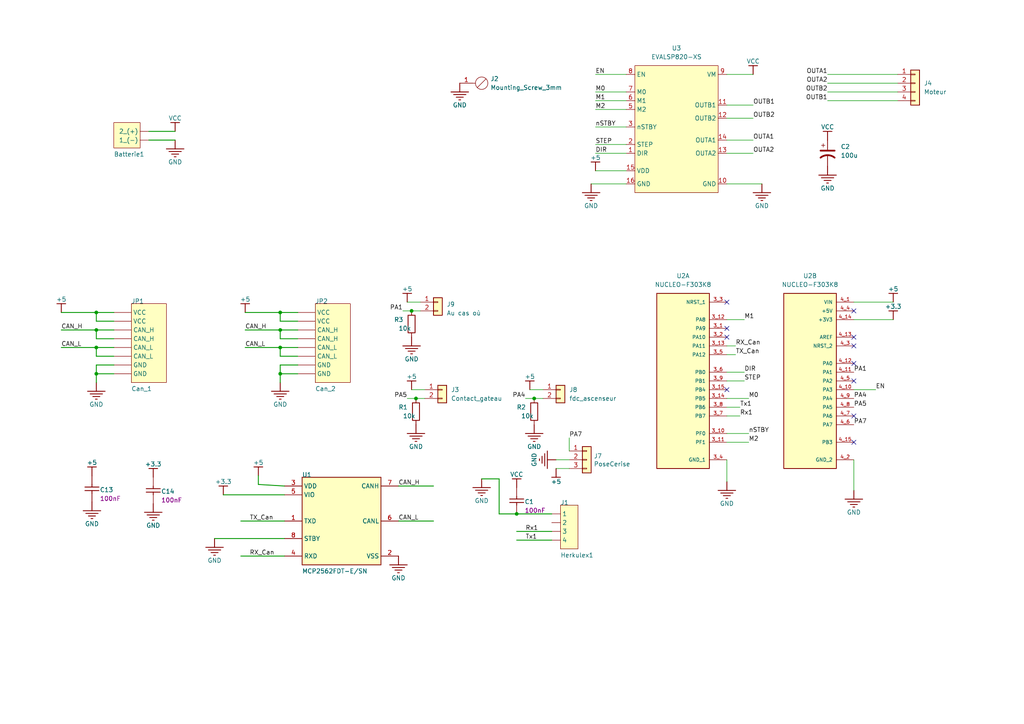
<source format=kicad_sch>
(kicad_sch (version 20230121) (generator eeschema)
  (paper "A4")
  (lib_symbols
    (symbol "0_CRAC:EVALSP820-XS"
      (property "Reference" "U" (at 1.27 3.81 0))
      (property "Value" "EVALSP820-XS" (at 7.62 1.27 0))
      (symbol "EVALSP820-XS_0_1"
        (rectangle (start 0 0) (end 24.13 -36.83) (fill (type background)))
      )
      (symbol "EVALSP820-XS_1_1"
        (pin input line (at -2.54 -25.4 0) (length 2.54) (name "DIR") (number "1"))
        (pin power_in line (at 26.67 -34.29 180) (length 2.54) (name "GND") (number "10"))
        (pin output line (at 26.67 -11.43 180) (length 2.54) (name "OUTB1") (number "11"))
        (pin output line (at 26.67 -15.24 180) (length 2.54) (name "OUTB2") (number "12"))
        (pin output line (at 26.67 -25.4 180) (length 2.54) (name "OUTA2") (number "13"))
        (pin output line (at 26.67 -21.59 180) (length 2.54) (name "OUTA1") (number "14"))
        (pin power_in line (at -2.54 -30.48 0) (length 2.54) (name "VDD") (number "15"))
        (pin power_in line (at -2.54 -34.29 0) (length 2.54) (name "GND") (number "16"))
        (pin input line (at -2.54 -22.86 0) (length 2.54) (name "STEP") (number "2"))
        (pin input line (at -2.54 -17.78 0) (length 2.54) (name "nSTBY") (number "3"))
        (pin input line (at -2.54 -12.7 0) (length 2.54) (name "M2") (number "5"))
        (pin input line (at -2.54 -10.16 0) (length 2.54) (name "M1") (number "6"))
        (pin input line (at -2.54 -7.62 0) (length 2.54) (name "M0") (number "7"))
        (pin input line (at -2.54 -2.54 0) (length 2.54) (name "EN") (number "8"))
        (pin power_in line (at 26.67 -2.54 180) (length 2.54) (name "VM") (number "9"))
      )
    )
    (symbol "0_CRAC:NUCLEO-F303K8" (pin_names (offset 1.016))
      (property "Reference" "U" (at -7.6292 25.9456 0))
      (property "Value" "NUCLEO-F303K8" (at -7.6233 -27.7005 0))
      (symbol "NUCLEO-F303K8_1_0"
        (rectangle (start -7.62 -25.4) (end 7.62 25.4) (stroke (width 0.254)) (fill (type background)))
        (pin bidirectional line (at 12.7 15.24 180) (length 5.08) (name "PA9") (number "3_1"))
        (pin bidirectional line (at 12.7 -15.24 180) (length 5.08) (name "PF0") (number "3_10"))
        (pin bidirectional line (at 12.7 -17.78 180) (length 5.08) (name "PF1") (number "3_11"))
        (pin bidirectional line (at 12.7 17.78 180) (length 5.08) (name "PA8") (number "3_12"))
        (pin bidirectional line (at 12.7 10.16 180) (length 5.08) (name "PA11") (number "3_13"))
        (pin bidirectional line (at 12.7 -5.08 180) (length 5.08) (name "PB5") (number "3_14"))
        (pin bidirectional line (at 12.7 -2.54 180) (length 5.08) (name "PB4") (number "3_15"))
        (pin bidirectional line (at 12.7 12.7 180) (length 5.08) (name "PA10") (number "3_2"))
        (pin bidirectional line (at 12.7 22.86 180) (length 5.08) (name "NRST_1") (number "3_3"))
        (pin power_in line (at 12.7 -22.86 180) (length 5.08) (name "GND_1") (number "3_4"))
        (pin bidirectional line (at 12.7 7.62 180) (length 5.08) (name "PA12") (number "3_5"))
        (pin bidirectional line (at 12.7 2.54 180) (length 5.08) (name "PB0") (number "3_6"))
        (pin bidirectional line (at 12.7 -10.16 180) (length 5.08) (name "PB7") (number "3_7"))
        (pin bidirectional line (at 12.7 -7.62 180) (length 5.08) (name "PB6") (number "3_8"))
        (pin bidirectional line (at 12.7 0 180) (length 5.08) (name "PB1") (number "3_9"))
      )
      (symbol "NUCLEO-F303K8_2_0"
        (rectangle (start -7.62 -25.4) (end 7.62 25.4) (stroke (width 0.254)) (fill (type background)))
        (pin power_in line (at 12.7 22.86 180) (length 5.08) (name "VIN") (number "4_1"))
        (pin bidirectional line (at 12.7 -2.54 180) (length 5.08) (name "PA3") (number "4_10"))
        (pin bidirectional line (at 12.7 2.54 180) (length 5.08) (name "PA1") (number "4_11"))
        (pin bidirectional line (at 12.7 5.08 180) (length 5.08) (name "PA0") (number "4_12"))
        (pin bidirectional line (at 12.7 12.7 180) (length 5.08) (name "AREF") (number "4_13"))
        (pin power_in line (at 12.7 17.78 180) (length 5.08) (name "+3V3") (number "4_14"))
        (pin bidirectional line (at 12.7 -17.78 180) (length 5.08) (name "PB3") (number "4_15"))
        (pin power_in line (at 12.7 -22.86 180) (length 5.08) (name "GND_2") (number "4_2"))
        (pin bidirectional line (at 12.7 10.16 180) (length 5.08) (name "NRST_2") (number "4_3"))
        (pin power_in line (at 12.7 20.32 180) (length 5.08) (name "+5V") (number "4_4"))
        (pin bidirectional line (at 12.7 0 180) (length 5.08) (name "PA2") (number "4_5"))
        (pin bidirectional line (at 12.7 -12.7 180) (length 5.08) (name "PA7") (number "4_6"))
        (pin bidirectional line (at 12.7 -10.16 180) (length 5.08) (name "PA6") (number "4_7"))
        (pin bidirectional line (at 12.7 -7.62 180) (length 5.08) (name "PA5") (number "4_8"))
        (pin bidirectional line (at 12.7 -5.08 180) (length 5.08) (name "PA4") (number "4_9"))
      )
    )
    (symbol "0_SymbGamelGe2_v6:Autocom4" (pin_names (offset 1.016) hide)
      (property "Reference" "J" (at 0 5.08 0))
      (property "Value" "Autocom4" (at 0 -7.62 0))
      (symbol "Autocom4_1_1"
        (rectangle (start -1.27 -4.953) (end 0 -5.207) (stroke (width 0.1524)))
        (rectangle (start -1.27 -2.413) (end 0 -2.667) (stroke (width 0.1524)))
        (rectangle (start -1.27 0.127) (end 0 -0.127) (stroke (width 0.1524)))
        (rectangle (start -1.27 2.667) (end 0 2.413) (stroke (width 0.1524)))
        (rectangle (start -1.27 3.81) (end 1.27 -6.35) (stroke (width 0.254)) (fill (type background)))
        (pin passive line (at -5.08 2.54 0) (length 3.81) (name "Pin_1") (number "1"))
        (pin passive line (at -5.08 0 0) (length 3.81) (name "Pin_2") (number "2"))
        (pin passive line (at -5.08 -2.54 0) (length 3.81) (name "Pin_3") (number "3"))
        (pin passive line (at -5.08 -5.08 0) (length 3.81) (name "Pin_4") (number "4"))
      )
    )
    (symbol "0_SymbGamelGe2_v6:Cp" (pin_numbers hide) (pin_names (offset 0.254) hide)
      (property "Reference" "C" (at 0.635 2.54 0))
      (property "Value" "Cp" (at 0.635 -2.54 0))
      (symbol "Cp_0_1"
        (polyline (pts (xy -2.032 0.762) (xy 2.032 0.762)) (stroke (width 0.508)))
        (polyline (pts (xy -1.778 2.286) (xy -0.762 2.286)))
        (polyline (pts (xy -1.27 1.778) (xy -1.27 2.794)))
        (arc (start 2.032 -1.27) (mid 0 -0.5572) (end -2.032 -1.27) (stroke (width 0.508)))
      )
      (symbol "Cp_1_1"
        (pin passive line (at 0 3.81 270) (length 2.794) (name "~") (number "1"))
        (pin passive line (at 0 -3.81 90) (length 3.302) (name "~") (number "2"))
      )
    )
    (symbol "0_SymbGamelGe2_v6:Mounting_Screw_3mm" (pin_names (offset 1.016) hide)
      (property "Reference" "J" (at 0 2.54 0))
      (property "Value" "Mounting_Screw_3mm" (at 1.27 -2.54 0))
      (symbol "Mounting_Screw_3mm_0_1"
        (polyline (pts (xy 0 -1.27) (xy 2.54 1.27)))
        (circle (center 1.27 0) (radius 1.8034))
      )
      (symbol "Mounting_Screw_3mm_1_1"
        (polyline (pts (xy -1.27 0) (xy -0.508 0)) (stroke (width 0.1524)))
        (pin passive line (at -5.08 0 0) (length 3.81) (name "Pin_1") (number "1"))
      )
    )
    (symbol "Schéma Carte Commande-altium-import:+3.3" (power)
      (property "Reference" "#PWR" (at 0 0 0))
      (property "Value" "+3.3" (at 0 3.81 0))
      (symbol "+3.3_0_0"
        (polyline (pts (xy -1.27 -2.54) (xy 1.27 -2.54)) (stroke (width 0.254)))
        (polyline (pts (xy 0 0) (xy 0 -2.54)) (stroke (width 0.254)))
        (pin power_in line (at 0 0 0) (length 0) hide (name "+3.3") (number ""))
      )
    )
    (symbol "Schéma Carte Commande-altium-import:+5" (power)
      (property "Reference" "#PWR" (at 0 0 0))
      (property "Value" "+5" (at 0 3.81 0))
      (symbol "+5_0_0"
        (polyline (pts (xy -1.27 -2.54) (xy 1.27 -2.54)) (stroke (width 0.254)))
        (polyline (pts (xy 0 0) (xy 0 -2.54)) (stroke (width 0.254)))
        (pin power_in line (at 0 0 0) (length 0) hide (name "+5") (number ""))
      )
    )
    (symbol "Schéma Carte Commande-altium-import:0_Conn. - CAN"
      (property "Value" "0_Conn. - CAN" (at 0 0 0))
      (symbol "0_Conn. - CAN_1_0"
        (rectangle (start 15.24 5.08) (end 5.08 -17.78) (fill (type background)))
        (pin passive line (at 0 0 0) (length 5.08) (name "VCC") (number "1"))
        (pin passive line (at 0 -12.7 0) (length 5.08) (name "GND") (number "2"))
        (pin passive line (at 0 -10.16 0) (length 5.08) (name "CAN_L") (number "3"))
        (pin passive line (at 0 -5.08 0) (length 5.08) (name "CAN_H") (number "4"))
        (pin passive line (at 0 -2.54 0) (length 5.08) (name "CAN_H") (number "5"))
        (pin passive line (at 0 -7.62 0) (length 5.08) (name "CAN_L") (number "6"))
        (pin passive line (at 0 -15.24 0) (length 5.08) (name "GND") (number "7"))
        (pin passive line (at 0 2.54 0) (length 5.08) (name "VCC") (number "8"))
      )
    )
    (symbol "Schéma Carte Commande-altium-import:0_Connecteur alim 2 pts"
      (property "Value" "0_Connecteur alim 2 pts" (at 0 0 0))
      (symbol "0_Connecteur alim 2 pts_1_0"
        (rectangle (start 5.08 0) (end -2.54 -7.366) (fill (type background)))
        (pin passive line (at 7.62 -5.08 180) (length 2.54) (name "1_(-)") (number "1"))
        (pin passive line (at 7.62 -2.54 180) (length 2.54) (name "2_(+)") (number "2"))
      )
    )
    (symbol "Schéma Carte Commande-altium-import:0_fcb6c66e4429206983adab9201371df"
      (property "Value" "0_fcb6c66e4429206983adab9201371df" (at 0 0 0))
      (symbol "0_fcb6c66e4429206983adab9201371df_1_0"
        (rectangle (start 27.94 2.54) (end 5.08 -22.86) (stroke (width 0.254)) (fill (type background)))
        (pin input line (at 0 -10.16 0) (length 5.08) (name "TXD") (number "1"))
        (pin power_in line (at 33.02 -20.32 180) (length 5.08) (name "VSS") (number "2"))
        (pin power_in line (at 0 0 0) (length 5.08) (name "VDD") (number "3"))
        (pin output line (at 0 -20.32 0) (length 5.08) (name "RXD") (number "4"))
        (pin power_in line (at 0 -2.54 0) (length 5.08) (name "VIO") (number "5"))
        (pin bidirectional line (at 33.02 -10.16 180) (length 5.08) (name "CANL") (number "6"))
        (pin bidirectional line (at 33.02 0 180) (length 5.08) (name "CANH") (number "7"))
        (pin input line (at 0 -15.24 0) (length 5.08) (name "STBY") (number "8"))
      )
    )
    (symbol "Schéma Carte Commande-altium-import:0_mirrored_Autocom_4"
      (property "Value" "0_mirrored_Autocom_4" (at 0 0 0))
      (symbol "0_mirrored_Autocom_4_1_0"
        (rectangle (start 0 2.54) (end -5.08 -10.16) (fill (type background)))
        (pin passive line (at -7.62 0 0) (length 2.54) (name "1") (number "1"))
        (pin passive line (at -7.62 -2.54 0) (length 2.54) (name "2") (number "2"))
        (pin passive line (at -7.62 -5.08 0) (length 2.54) (name "3") (number "3"))
        (pin passive line (at -7.62 -7.62 0) (length 2.54) (name "4") (number "4"))
      )
    )
    (symbol "Schéma Carte Commande-altium-import:1_Cap"
      (property "Value" "1_Cap" (at 0 0 0))
      (symbol "1_Cap_1_0"
        (polyline (pts (xy 0.508 1.778) (xy 4.572 1.778)) (stroke (width 0.254)))
        (polyline (pts (xy 2.54 0) (xy 2.54 0.762)) (stroke (width 0.254)))
        (polyline (pts (xy 2.54 2.54) (xy 2.54 1.778)) (stroke (width 0.254)))
        (polyline (pts (xy 4.572 0.762) (xy 0.508 0.762)) (stroke (width 0.254)))
        (pin passive line (at 2.54 -2.54 90) (length 2.54) (name "1") (number "1"))
        (pin passive line (at 2.54 5.08 270) (length 2.54) (name "2") (number "2"))
      )
    )
    (symbol "Schéma Carte Commande-altium-import:1_Cap_np"
      (property "Value" "1_Cap_np" (at 0 0 0))
      (symbol "1_Cap_np_1_0"
        (polyline (pts (xy -2.032 4.318) (xy 2.032 4.318)) (stroke (width 0.254)))
        (polyline (pts (xy 0 2.54) (xy 0 3.302)) (stroke (width 0.254)))
        (polyline (pts (xy 0 5.08) (xy 0 4.318)) (stroke (width 0.254)))
        (polyline (pts (xy 2.032 3.302) (xy -2.032 3.302)) (stroke (width 0.254)))
        (pin passive line (at 0 0 90) (length 2.54) (name "1") (number "1"))
        (pin passive line (at 0 7.62 270) (length 2.54) (name "2") (number "2"))
      )
    )
    (symbol "Schéma Carte Commande-altium-import:GND" (power)
      (property "Reference" "#PWR" (at 0 0 0))
      (property "Value" "GND" (at 0 6.35 0))
      (symbol "GND_0_0"
        (polyline (pts (xy -2.54 -2.54) (xy 2.54 -2.54)) (stroke (width 0.254)))
        (polyline (pts (xy -1.778 -3.302) (xy 1.778 -3.302)) (stroke (width 0.254)))
        (polyline (pts (xy -1.016 -4.064) (xy 1.016 -4.064)) (stroke (width 0.254)))
        (polyline (pts (xy -0.254 -4.826) (xy 0.254 -4.826)) (stroke (width 0.254)))
        (polyline (pts (xy 0 0) (xy 0 -2.54)) (stroke (width 0.254)))
        (pin power_in line (at 0 0 0) (length 0) hide (name "GND") (number ""))
      )
    )
    (symbol "Schéma Carte Commande-altium-import:VCC" (power)
      (property "Reference" "#PWR" (at 0 0 0))
      (property "Value" "VCC" (at 0 3.81 0))
      (symbol "VCC_0_0"
        (polyline (pts (xy -1.27 -2.54) (xy 1.27 -2.54)) (stroke (width 0.254)))
        (polyline (pts (xy 0 0) (xy 0 -2.54)) (stroke (width 0.254)))
        (pin power_in line (at 0 0 0) (length 0) hide (name "VCC") (number ""))
      )
    )
    (symbol "SymbGamelGe2:Autocom3" (pin_names (offset 1.016) hide)
      (property "Reference" "J" (at 0 5.08 0))
      (property "Value" "Autocom3" (at 0 -5.08 0))
      (symbol "Autocom3_1_1"
        (rectangle (start -1.27 -2.413) (end 0 -2.667) (stroke (width 0.1524)))
        (rectangle (start -1.27 0.127) (end 0 -0.127) (stroke (width 0.1524)))
        (rectangle (start -1.27 2.667) (end 0 2.413) (stroke (width 0.1524)))
        (rectangle (start -1.27 3.81) (end 1.27 -3.81) (stroke (width 0.254)) (fill (type background)))
        (pin passive line (at -5.08 2.54 0) (length 3.81) (name "Pin_1") (number "1"))
        (pin passive line (at -5.08 0 0) (length 3.81) (name "Pin_2") (number "2"))
        (pin passive line (at -5.08 -2.54 0) (length 3.81) (name "Pin_3") (number "3"))
      )
    )
    (symbol "SymbGamelGe2_v6:Autocom2" (pin_names (offset 1.016) hide)
      (property "Reference" "J" (at 0 2.54 0))
      (property "Value" "Autocom2" (at 0 -5.08 0))
      (symbol "Autocom2_1_1"
        (rectangle (start -1.27 -2.413) (end 0 -2.667) (stroke (width 0.1524)))
        (rectangle (start -1.27 0.127) (end 0 -0.127) (stroke (width 0.1524)))
        (rectangle (start -1.27 1.27) (end 1.27 -3.81) (stroke (width 0.254)) (fill (type background)))
        (pin passive line (at -5.08 0 0) (length 3.81) (name "Pin_1") (number "1"))
        (pin passive line (at -5.08 -2.54 0) (length 3.81) (name "Pin_2") (number "2"))
      )
    )
    (symbol "SymbGamelGe2_v6:R" (pin_numbers hide) (pin_names (offset 0))
      (property "Reference" "R" (at 2.032 0 90))
      (property "Value" "R" (at 0 0 90))
      (symbol "R_0_1"
        (rectangle (start -1.016 -2.54) (end 1.016 2.54) (stroke (width 0.254)))
      )
      (symbol "R_1_1"
        (pin passive line (at 0 3.81 270) (length 1.27) (name "~") (number "1"))
        (pin passive line (at 0 -3.81 90) (length 1.27) (name "~") (number "2"))
      )
    )
  )
  (junction (at 27.94 95.7072))
  (junction (at 81.28 100.7872))
  (junction (at 154.94 115.57))
  (junction (at 149.86 149.0472))
  (junction (at 81.28 108.4072))
  (junction (at 27.94 100.7872))
  (junction (at 27.94 90.6272))
  (junction (at 120.65 115.57))
  (junction (at 81.28 95.7072))
  (junction (at 119.38 90.17))
  (junction (at 27.94 108.4072))
  (junction (at 81.28 90.6272))
  (no_connect (at 247.65 105.41))
  (no_connect (at 210.82 95.25))
  (no_connect (at 247.65 90.17))
  (no_connect (at 247.65 128.27))
  (no_connect (at 247.65 110.49))
  (no_connect (at 210.82 87.63))
  (no_connect (at 247.65 100.33))
  (no_connect (at 247.65 120.65))
  (no_connect (at 210.82 97.79))
  (no_connect (at 247.65 97.79))
  (no_connect (at 210.82 113.03))
  (wire (pts (xy 69.85 161.29) (xy 82.55 161.29)) (stroke (width 0.254)))
  (wire (pts (xy 214.63 120.65) (xy 210.82 120.65)))
  (wire (pts (xy 81.28 100.7872) (xy 86.36 100.7872)) (stroke (width 0.254)))
  (wire (pts (xy 86.36 103.3272) (xy 81.28 103.3272)) (stroke (width 0.254)))
  (wire (pts (xy 214.63 118.11) (xy 210.82 118.11)))
  (wire (pts (xy 240.03 21.59) (xy 260.35 21.59)))
  (wire (pts (xy 86.36 108.4072) (xy 81.28 108.4072)) (stroke (width 0.254)))
  (wire (pts (xy 210.82 100.33) (xy 213.36 100.33)))
  (wire (pts (xy 27.94 90.6272) (xy 33.02 90.6272)) (stroke (width 0.254)))
  (wire (pts (xy 64.77 143.51) (xy 82.55 143.51)) (stroke (width 0.254)))
  (wire (pts (xy 71.12 90.6272) (xy 81.28 90.6272)) (stroke (width 0.254)))
  (wire (pts (xy 161.29 135.89) (xy 165.1 135.89)))
  (wire (pts (xy 74.93 140.5128) (xy 82.55 140.97)) (stroke (width 0.254)))
  (wire (pts (xy 86.36 98.2472) (xy 81.28 98.2472)) (stroke (width 0.254)))
  (wire (pts (xy 247.65 113.03) (xy 254 113.03)))
  (wire (pts (xy 119.38 113.03) (xy 123.19 113.03)))
  (wire (pts (xy 81.28 98.2472) (xy 81.28 95.7072)) (stroke (width 0.254)))
  (wire (pts (xy 240.03 29.21) (xy 260.35 29.21)))
  (wire (pts (xy 149.86 149.0472) (xy 144.78 149.0472)) (stroke (width 0.254)))
  (wire (pts (xy 120.65 115.57) (xy 123.19 115.57)))
  (wire (pts (xy 171.45 53.34) (xy 181.61 53.34)))
  (wire (pts (xy 240.03 26.67) (xy 260.35 26.67)))
  (wire (pts (xy 62.23 156.21) (xy 82.55 156.21)) (stroke (width 0.254)))
  (wire (pts (xy 119.38 90.17) (xy 121.92 90.17)))
  (wire (pts (xy 27.94 93.1672) (xy 27.94 90.6272)) (stroke (width 0.254)))
  (wire (pts (xy 81.28 108.4072) (xy 81.28 110.9472)) (stroke (width 0.254)))
  (wire (pts (xy 210.82 107.95) (xy 215.9 107.95)))
  (wire (pts (xy 118.11 115.57) (xy 120.65 115.57)))
  (wire (pts (xy 149.86 154.1272) (xy 160.02 154.1272)) (stroke (width 0.254)))
  (wire (pts (xy 172.72 49.53) (xy 181.61 49.53)))
  (wire (pts (xy 81.28 105.8672) (xy 81.28 108.4072)) (stroke (width 0.254)))
  (wire (pts (xy 210.82 92.71) (xy 215.9 92.71)))
  (wire (pts (xy 210.82 40.64) (xy 218.44 40.64)))
  (wire (pts (xy 116.84 90.17) (xy 119.38 90.17)))
  (wire (pts (xy 210.82 110.49) (xy 215.9 110.49)))
  (wire (pts (xy 81.28 93.1672) (xy 81.28 90.6272)) (stroke (width 0.254)))
  (wire (pts (xy 144.78 149.0472) (xy 144.78 138.8872)) (stroke (width 0.254)))
  (wire (pts (xy 69.85 151.13) (xy 82.55 151.13)) (stroke (width 0.254)))
  (wire (pts (xy 210.82 21.59) (xy 218.44 21.59)))
  (wire (pts (xy 240.03 24.13) (xy 260.35 24.13)))
  (wire (pts (xy 172.72 29.21) (xy 181.61 29.21)))
  (wire (pts (xy 27.94 95.7072) (xy 33.02 95.7072)) (stroke (width 0.254)))
  (wire (pts (xy 247.65 133.35) (xy 247.65 142.24)))
  (wire (pts (xy 247.65 87.63) (xy 259.08 87.63)))
  (wire (pts (xy 125.73 151.13) (xy 115.57 151.13)) (stroke (width 0.254)))
  (wire (pts (xy 210.82 115.57) (xy 217.17 115.57)))
  (wire (pts (xy 210.82 128.27) (xy 217.17 128.27)))
  (wire (pts (xy 152.4 115.57) (xy 154.94 115.57)))
  (wire (pts (xy 210.82 30.48) (xy 218.44 30.48)))
  (wire (pts (xy 165.1 130.81) (xy 165.1 127)))
  (wire (pts (xy 74.93 137.9728) (xy 74.93 140.5128)) (stroke (width 0.254)))
  (wire (pts (xy 33.02 98.2472) (xy 27.94 98.2472)) (stroke (width 0.254)))
  (wire (pts (xy 50.8 40.64) (xy 43.18 40.64)) (stroke (width 0.254)))
  (wire (pts (xy 118.11 87.63) (xy 121.92 87.63)))
  (wire (pts (xy 27.94 100.7872) (xy 33.02 100.7872)) (stroke (width 0.254)))
  (wire (pts (xy 71.12 95.7072) (xy 81.28 95.7072)) (stroke (width 0.254)))
  (wire (pts (xy 210.82 53.34) (xy 220.98 53.34)))
  (wire (pts (xy 50.8 38.1) (xy 43.18 38.1)) (stroke (width 0.254)))
  (wire (pts (xy 210.82 133.35) (xy 210.82 139.7)))
  (wire (pts (xy 86.36 93.1672) (xy 81.28 93.1672)) (stroke (width 0.254)))
  (wire (pts (xy 172.72 36.83) (xy 181.61 36.83)))
  (wire (pts (xy 172.72 41.91) (xy 181.61 41.91)))
  (wire (pts (xy 33.02 103.3272) (xy 27.94 103.3272)) (stroke (width 0.254)))
  (wire (pts (xy 161.29 133.35) (xy 165.1 133.35)))
  (wire (pts (xy 210.82 125.73) (xy 217.17 125.73)))
  (wire (pts (xy 172.72 21.59) (xy 181.61 21.59)))
  (wire (pts (xy 81.28 103.3272) (xy 81.28 100.7872)) (stroke (width 0.254)))
  (wire (pts (xy 160.02 149.0472) (xy 149.86 149.0472)) (stroke (width 0.254)))
  (wire (pts (xy 210.82 102.87) (xy 213.36 102.87)))
  (wire (pts (xy 210.82 34.29) (xy 218.44 34.29)))
  (wire (pts (xy 17.78 100.7872) (xy 27.94 100.7872)) (stroke (width 0.254)))
  (wire (pts (xy 33.02 108.4072) (xy 27.94 108.4072)) (stroke (width 0.254)))
  (wire (pts (xy 149.86 156.6672) (xy 160.02 156.6672)) (stroke (width 0.254)))
  (wire (pts (xy 27.94 98.2472) (xy 27.94 95.7072)) (stroke (width 0.254)))
  (wire (pts (xy 210.82 44.45) (xy 218.44 44.45)))
  (wire (pts (xy 33.02 93.1672) (xy 27.94 93.1672)) (stroke (width 0.254)))
  (wire (pts (xy 144.78 138.8872) (xy 139.7 138.8872)) (stroke (width 0.254)))
  (wire (pts (xy 27.94 105.8672) (xy 27.94 108.4072)) (stroke (width 0.254)))
  (wire (pts (xy 33.02 105.8672) (xy 27.94 105.8672)) (stroke (width 0.254)))
  (wire (pts (xy 17.78 90.6272) (xy 27.94 90.6272)) (stroke (width 0.254)))
  (wire (pts (xy 172.72 31.75) (xy 181.61 31.75)))
  (wire (pts (xy 81.28 90.6272) (xy 86.36 90.6272)) (stroke (width 0.254)))
  (wire (pts (xy 125.73 140.97) (xy 115.57 140.97)) (stroke (width 0.254)))
  (wire (pts (xy 154.94 115.57) (xy 157.48 115.57)))
  (wire (pts (xy 153.67 113.03) (xy 157.48 113.03)))
  (wire (pts (xy 81.28 95.7072) (xy 86.36 95.7072)) (stroke (width 0.254)))
  (wire (pts (xy 17.78 95.7072) (xy 27.94 95.7072)) (stroke (width 0.254)))
  (wire (pts (xy 86.36 105.8672) (xy 81.28 105.8672)) (stroke (width 0.254)))
  (wire (pts (xy 247.65 92.71) (xy 259.08 92.71)))
  (wire (pts (xy 172.72 44.45) (xy 181.61 44.45)))
  (wire (pts (xy 172.72 26.67) (xy 181.61 26.67)))
  (wire (pts (xy 27.94 103.3272) (xy 27.94 100.7872)) (stroke (width 0.254)))
  (wire (pts (xy 71.12 100.7872) (xy 81.28 100.7872)) (stroke (width 0.254)))
  (wire (pts (xy 27.94 108.4072) (xy 27.94 110.9472)) (stroke (width 0.254)))
  (label "OUTA2" (at 218.44 44.45 0))
  (label "OUTA1" (at 240.03 21.59 180))
  (label "OUTA2" (at 240.03 24.13 180))
  (label "M0" (at 217.17 115.57 0))
  (label "TX_Can" (at 72.39 151.13 0))
  (label "OUTB2" (at 218.44 34.29 0))
  (label "PA4" (at 247.65 115.57 0))
  (label "PA5" (at 247.65 118.11 0))
  (label "Rx1" (at 152.4 154.1272 0))
  (label "M2" (at 217.17 128.27 0))
  (label "M2" (at 172.72 31.75 0))
  (label "STEP" (at 172.72 41.91 0))
  (label "nSTBY" (at 172.72 36.83 0))
  (label "PA1" (at 247.65 107.95 0))
  (label "PA7" (at 247.65 123.19 0))
  (label "RX_Can" (at 213.36 100.33 0))
  (label "DIR" (at 172.72 44.45 0))
  (label "CAN_L" (at 115.57 151.13 0))
  (label "Tx1" (at 152.4 156.6672 0))
  (label "M1" (at 215.9 92.71 0))
  (label "CAN_L" (at 17.78 100.7872 0))
  (label "TX_Can" (at 213.36 102.87 0))
  (label "CAN_H" (at 71.12 95.7072 0))
  (label "nSTBY" (at 217.17 125.73 0))
  (label "RX_Can" (at 72.39 161.29 0))
  (label "EN" (at 254 113.03 0))
  (label "EN" (at 172.72 21.59 0))
  (label "STEP" (at 215.9 110.49 0))
  (label "OUTB2" (at 240.03 26.67 180))
  (label "OUTA1" (at 218.44 40.64 0))
  (label "PA5" (at 118.11 115.57 180))
  (label "M0" (at 172.72 26.67 0))
  (label "PA7" (at 165.1 127 0))
  (label "Rx1" (at 214.63 120.65 0))
  (label "CAN_H" (at 115.57 140.97 0))
  (label "OUTB1" (at 240.03 29.21 180))
  (label "PA4" (at 152.4 115.57 180))
  (label "DIR" (at 215.9 107.95 0))
  (label "PA1" (at 116.84 90.17 180))
  (label "CAN_H" (at 17.78 95.7072 0))
  (label "M1" (at 172.72 29.21 0))
  (label "OUTB1" (at 218.44 30.48 0))
  (label "CAN_L" (at 71.12 100.7872 0))
  (label "Tx1" (at 214.63 118.11 0))
  (symbol (lib_id "Schéma Carte Commande-altium-import:+5") (at 259.08 87.63 180) (unit 1)
    (property "Reference" "#PWR0108" (effects hide))
    (property "Value" "+5" (at 259.08 83.82 0))
  )
  (symbol (lib_id "Schéma Carte Commande-altium-import:GND") (at 26.67 145.5928 0) (unit 1)
    (property "Reference" "#PWR0103" (effects hide))
    (property "Value" "GND" (at 26.67 151.9428 0))
  )
  (symbol (lib_id "0_CRAC:EVALSP820-XS") (at 184.15 19.05 0) (unit 1)
    (property "Reference" "U3" (at 196.215 13.97 0))
    (property "Value" "EVALSP820-XS" (at 196.215 16.51 0))
    (property "Footprint" "FootprintCRAC:EVALSP820-XS" (effects hide))
  )
  (symbol (lib_id "SymbGamelGe2_v6:Autocom2") (at 162.56 113.03 0) (unit 1)
    (property "Reference" "J8" (at 165.1 113.0299 0) (effects (justify left)))
    (property "Value" "fdc_ascenseur" (at 165.1 115.5699 0) (effects (justify left)))
    (property "Footprint" "FootprintGamelGe2_v6:Autocom2" (effects hide))
  )
  (symbol (lib_id "Schéma Carte Commande-altium-import:GND") (at 62.23 156.21 0) (unit 1)
    (property "Reference" "#PWR0114" (effects hide))
    (property "Value" "GND" (at 62.23 162.56 0))
  )
  (symbol (lib_id "Schéma Carte Commande-altium-import:+5") (at 71.12 90.6272 180) (unit 1)
    (property "Reference" "#PWR0123" (effects hide))
    (property "Value" "+5" (at 71.12 86.8172 0))
  )
  (symbol (lib_id "Schéma Carte Commande-altium-import:+3.3") (at 44.45 138.43 180) (unit 1)
    (property "Reference" "#PWR0104" (effects hide))
    (property "Value" "+3.3" (at 44.45 134.62 0))
  )
  (symbol (lib_id "Schéma Carte Commande-altium-import:GND") (at 50.8 40.64 0) (unit 1)
    (property "Reference" "#PWR0128" (effects hide))
    (property "Value" "GND" (at 50.8 46.99 0))
  )
  (symbol (lib_id "Schéma Carte Commande-altium-import:GND") (at 44.45 146.05 0) (unit 1)
    (property "Reference" "#PWR0105" (effects hide))
    (property "Value" "GND" (at 44.45 152.4 0))
  )
  (symbol (lib_id "Schéma Carte Commande-altium-import:0_Conn. - CAN") (at 86.36 93.1672 0) (unit 1)
    (property "Reference" "JP2" (at 91.44 88.0872 0) (effects (justify left bottom)))
    (property "Value" "Can_2" (at 91.44 113.4872 0) (effects (justify left bottom)))
    (property "COMPONENTLINK1URL" "http://www.tycoelectronics.com/commerce/DocumentDelivery/DDEController?Action=srchrtrv&DocNm=215083&DocType=Customer+Drawing&DocLang=English" (effects hide))
    (property "COMPONENTLINK1DESCRIPTION" "Datasheet" (effects hide))
    (property "SUPPLIER 1" "Farnell" (effects hide))
    (property "SUPPLIER PART NUMBER 1" "3784733" (effects hide))
    (property "MANUFACTURER" "TE CONNECTIVITY / AMP" (effects hide))
    (property "MANUFACTURER PART NUMBER" "7-188275-8" (effects hide))
    (property "ROHS" "YES" (effects hide))
    (property "STOCK 1" "13392" (effects hide))
    (property "PRICING 1" "10=0,92, 250=0,72, 900=0,64 (EUR)" (effects hide))
    (property "SÉRIE" "Micro-MaTch" (effects hide))
    (property "PAS" "1.27" (effects hide))
    (property "NOMBRE DE RANGÉES" "1" (effects hide))
    (property "NOMBRE DE CONTACTS" "8" (effects hide))
    (property "GENRE" "Embase" (effects hide))
    (property "TERMINAISON DU CONTACT" "Montage en surface vertical" (effects hide))
    (property "PLAQUAGE DU CONTACT" "Tin" (effects hide))
    (property "MATÉRIAU DU CONTACT" "Bronze phosphoreux" (effects hide))
    (property "CONNECTOR TYPE" "Board to Board" (effects hide))
    (property "COURANT DE CONTACT" "1.5" (effects hide))
    (property "MATIÈRE, CONTACT" "Bronze phosphoreux" (effects hide))
    (property "MÉTHODE DE TERMINAISON" "Solder" (effects hide))
    (property "NOMBRE DE PÂLES" "8" (effects hide))
    (property "NOMBRE DE VOIES" "8" (effects hide))
    (property "NUMÉRO AWG MAX.." "28" (effects hide))
    (property "PLAQUAGE CONTACT" "Etain / Plomb" (effects hide))
    (property "RÉSISTANCE, CONTACT" "50" (effects hide))
    (property "TEMPÉRATURE DE FONCTIONNEMENT MAX.." "105" (effects hide))
    (property "TEMPÉRATURE D'UTILISATION MIN" "-40" (effects hide))
    (property "TENSION C.A." "230" (effects hide))
    (property "TYPE DE BOITIER" "Polyester chargé verre" (effects hide))
    (property "TYPE DE CONNECTEUR" "Carte-à-carte" (effects hide))
    (property "COMPONENTLINK2URL" "http://www.tycoelectronics.com/commerce/DocumentDelivery/DDEController?Action=srchrtrv&DocNm=7-188275-8&DocType=Customer+View+Model&DocLang=English" (effects hide))
    (property "COMPONENTLINK2DESCRIPTION" "http://www.tycoelectronics.com/commerce/DocumentDelivery/DDEController?Action=srchrtrv&DocNm=7-188275-8&DocType=Customer+View+Model&DocLang=English" (effects hide))
    (property "COMPONENTLINK3URL" "http://www.farnell.com/datasheets/102135.pdf" (effects hide))
    (property "COMPONENTLINK3DESCRIPTION" "http://www.farnell.com/datasheets/102135.pdf" (effects hide))
  )
  (symbol (lib_id "SymbGamelGe2_v6:Autocom2") (at 128.27 113.03 0) (unit 1)
    (property "Reference" "J3" (at 130.81 113.0299 0) (effects (justify left)))
    (property "Value" "Contact_gateau" (at 130.81 115.5699 0) (effects (justify left)))
    (property "Footprint" "FootprintGamelGe2_v6:Autocom2" (effects hide))
  )
  (symbol (lib_id "Schéma Carte Commande-altium-import:VCC") (at 149.86 141.4272 180) (unit 1)
    (property "Reference" "#PWR0109" (effects hide))
    (property "Value" "VCC" (at 149.86 137.6172 0))
  )
  (symbol (lib_id "Schéma Carte Commande-altium-import:+3.3") (at 64.77 143.51 180) (unit 1)
    (property "Reference" "#PWR0115" (effects hide))
    (property "Value" "+3.3" (at 64.77 139.7 0))
  )
  (symbol (lib_id "Schéma Carte Commande-altium-import:GND") (at 247.65 142.24 0) (unit 1)
    (property "Reference" "#PWR0101" (effects hide))
    (property "Value" "GND" (at 247.65 148.59 0))
  )
  (symbol (lib_id "Schéma Carte Commande-altium-import:VCC") (at 218.44 21.59 180) (unit 1)
    (property "Reference" "#PWR0112" (effects hide))
    (property "Value" "VCC" (at 218.44 17.78 0))
  )
  (symbol (lib_id "0_CRAC:NUCLEO-F303K8") (at 234.95 110.49 0) (unit 2)
    (property "Reference" "U2" (at 234.95 80.01 0))
    (property "Value" "NUCLEO-F303K8" (at 234.95 82.55 0))
    (property "Footprint" "FootprintCRAC:MODULE_NUCLEO-F303K8" (effects hide))
    (property "MAXIMUM_PACKAGE_HEIGHT" "N/A" (effects hide))
    (property "MANUFACTURER" "STMicroelectronics" (effects hide))
    (property "PARTREV" "5" (effects hide))
    (property "SNAPEDA_PN" "NUCLEO-F303K8" (effects hide))
    (property "STANDARD" "Manufacturer Recommendations" (effects hide))
  )
  (symbol (lib_id "Schéma Carte Commande-altium-import:VCC") (at 240.03 40.64 180) (unit 1)
    (property "Reference" "#PWR0122" (effects hide))
    (property "Value" "VCC" (at 240.03 36.83 0))
  )
  (symbol (lib_id "Schéma Carte Commande-altium-import:+5") (at 161.29 135.89 0) (unit 1)
    (property "Reference" "#PWR0124" (effects hide))
    (property "Value" "+5" (at 161.29 139.7 0))
  )
  (symbol (lib_id "0_CRAC:NUCLEO-F303K8") (at 198.12 110.49 0) (unit 1)
    (property "Reference" "U2" (at 198.12 80.01 0))
    (property "Value" "NUCLEO-F303K8" (at 198.12 82.55 0))
    (property "Footprint" "FootprintCRAC:MODULE_NUCLEO-F303K8" (effects hide))
    (property "MAXIMUM_PACKAGE_HEIGHT" "N/A" (effects hide))
    (property "MANUFACTURER" "STMicroelectronics" (effects hide))
    (property "PARTREV" "5" (effects hide))
    (property "SNAPEDA_PN" "NUCLEO-F303K8" (effects hide))
    (property "STANDARD" "Manufacturer Recommendations" (effects hide))
  )
  (symbol (lib_id "Schéma Carte Commande-altium-import:GND") (at 81.28 110.9472 0) (unit 1)
    (property "Reference" "#PWR0117" (effects hide))
    (property "Value" "GND" (at 81.28 117.2972 0))
  )
  (symbol (lib_id "SymbGamelGe2_v6:Autocom2") (at 127 87.63 0) (unit 1)
    (property "Reference" "J9" (at 129.54 88.265 0) (effects (justify left)))
    (property "Value" "Au cas où" (at 129.54 90.805 0) (effects (justify left)))
    (property "Footprint" "FootprintGamelGe2_v6:Autocom2" (effects hide))
  )
  (symbol (lib_id "Schéma Carte Commande-altium-import:0_Connecteur alim 2 pts") (at 35.56 35.56 0) (unit 1)
    (property "Reference" "Batterie1" (at 33.02 45.466 0) (effects (justify left bottom)))
    (property "Value" "Connecteur alim 2 pts" (effects hide))
  )
  (symbol (lib_id "Schéma Carte Commande-altium-import:GND") (at 115.57 161.29 0) (unit 1)
    (property "Reference" "#PWR0118" (effects hide))
    (property "Value" "GND" (at 115.57 167.64 0))
  )
  (symbol (lib_id "Schéma Carte Commande-altium-import:+3.3") (at 259.08 92.71 180) (unit 1)
    (property "Reference" "#PWR0107" (effects hide))
    (property "Value" "+3.3" (at 259.08 88.9 0))
  )
  (symbol (lib_id "Schéma Carte Commande-altium-import:0_mirrored_Autocom_4") (at 167.64 149.0472 0) (unit 1)
    (property "Reference" "J1" (at 162.56 146.5072 0) (effects (justify left bottom)))
    (property "Value" "Herkulex1" (at 162.56 161.7472 0) (effects (justify left bottom)))
  )
  (symbol (lib_id "0_SymbGamelGe2_v6:Mounting_Screw_3mm") (at 138.43 24.13 0) (unit 1)
    (property "Reference" "J2" (at 142.24 22.8599 0) (effects (justify left)))
    (property "Value" "Mounting_Screw_3mm" (at 142.24 25.3999 0) (effects (justify left)))
    (property "Footprint" "FootprintGamelGe2_v6:Mounting_Screw_3mm" (effects hide))
  )
  (symbol (lib_id "Schéma Carte Commande-altium-import:GND") (at 139.7 138.8872 0) (unit 1)
    (property "Reference" "#PWR0110" (effects hide))
    (property "Value" "GND" (at 139.7 145.2372 0))
  )
  (symbol (lib_id "Schéma Carte Commande-altium-import:+5") (at 26.67 137.9728 180) (unit 1)
    (property "Reference" "#PWR0113" (effects hide))
    (property "Value" "+5" (at 26.67 134.1628 0))
  )
  (symbol (lib_id "Schéma Carte Commande-altium-import:GND") (at 119.38 97.79 0) (unit 1)
    (property "Reference" "#PWR02" (effects hide))
    (property "Value" "GND" (at 119.38 104.14 0))
  )
  (symbol (lib_id "Schéma Carte Commande-altium-import:1_Cap_np") (at 26.67 145.5928 0) (unit 1)
    (property "Reference" "C13" (at 28.956 142.7988 0) (effects (justify left bottom)))
    (property "Value" "${ALTIUM_VALUE}" (effects hide))
    (property "REVISION" "July-2002: Re-released for DXP Platform." (effects hide))
    (property "ALTIUM_VALUE" "100nF" (at 28.956 145.3388 0) (effects (justify left bottom)))
  )
  (symbol (lib_id "Schéma Carte Commande-altium-import:GND") (at 120.65 123.19 0) (unit 1)
    (property "Reference" "#PWR0111" (effects hide))
    (property "Value" "GND" (at 120.65 129.54 0))
  )
  (symbol (lib_id "Schéma Carte Commande-altium-import:+5") (at 118.11 87.63 180) (unit 1)
    (property "Reference" "#PWR01" (effects hide))
    (property "Value" "+5" (at 118.11 83.82 0))
  )
  (symbol (lib_id "Schéma Carte Commande-altium-import:+5") (at 153.67 113.03 180) (unit 1)
    (property "Reference" "#PWR0132" (effects hide))
    (property "Value" "+5" (at 153.67 109.22 0))
  )
  (symbol (lib_id "Schéma Carte Commande-altium-import:0_fcb6c66e4429206983adab9201371df") (at 82.55 140.97 0) (unit 1)
    (property "Reference" "U1" (at 87.63 138.43 0) (effects (justify left bottom)))
    (property "Value" "MCP2562FDT-E/SN" (at 87.63 166.37 0) (effects (justify left bottom)))
    (property "WEIGHT" "0.019048oz" (effects hide))
    (property "PACKAGE QUANTITY" "3300" (effects hide))
    (property "CASE/PACKAGE" "SOIC" (effects hide))
    (property "OPERATING SUPPLY CURRENT" "70mA" (effects hide))
    (property "MOUNT" "Surface Mount" (effects hide))
    (property "DATA RATE" "8Mbps" (effects hide))
    (property "NUMBER OF TRANSCEIVERS" "1" (effects hide))
    (property "MAX OPERATING TEMPERATURE" "125°C" (effects hide))
    (property "MIN OPERATING TEMPERATURE" "-40°C" (effects hide))
    (property "RECEIVER HYSTERESIS" "200mV" (effects hide))
    (property "PACKAGING" "Tape and Reel" (effects hide))
    (property "MAX SUPPLY VOLTAGE" "5.5V" (effects hide))
    (property "NUMBER OF PINS" "8" (effects hide))
    (property "MIN SUPPLY VOLTAGE" "4.5V" (effects hide))
  )
  (symbol (lib_id "SymbGamelGe2_v6:R") (at 120.65 119.38 0) (unit 1)
    (property "Reference" "R1" (at 115.57 118.11 0) (effects (justify left)))
    (property "Value" "10k" (at 116.84 120.65 0) (effects (justify left)))
    (property "Footprint" "FootprintGamelGe2_v6:R_Axial_DIN0207_L6.3mm_D2.5mm_P10.16mm_Horizontal" (effects hide))
  )
  (symbol (lib_id "0_SymbGamelGe2_v6:Cp") (at 240.03 44.45 0) (unit 1)
    (property "Reference" "C2" (at 243.84 42.5449 0) (effects (justify left)))
    (property "Value" "100u" (at 243.84 45.0849 0) (effects (justify left)))
    (property "Footprint" "FootprintGamelGe2_v6:CP_Radial_D10.0mm_P5.00mm" (effects hide))
  )
  (symbol (lib_id "Schéma Carte Commande-altium-import:0_Conn. - CAN") (at 33.02 93.1672 0) (unit 1)
    (property "Reference" "JP1" (at 38.1 88.0872 0) (effects (justify left bottom)))
    (property "Value" "Can_1" (at 38.1 113.4872 0) (effects (justify left bottom)))
    (property "COMPONENTLINK1URL" "http://www.tycoelectronics.com/commerce/DocumentDelivery/DDEController?Action=srchrtrv&DocNm=215083&DocType=Customer+Drawing&DocLang=English" (effects hide))
    (property "COMPONENTLINK1DESCRIPTION" "Datasheet" (effects hide))
    (property "SUPPLIER 1" "Farnell" (effects hide))
    (property "SUPPLIER PART NUMBER 1" "3784733" (effects hide))
    (property "MANUFACTURER" "TE CONNECTIVITY / AMP" (effects hide))
    (property "MANUFACTURER PART NUMBER" "7-188275-8" (effects hide))
    (property "ROHS" "YES" (effects hide))
    (property "STOCK 1" "13392" (effects hide))
    (property "PRICING 1" "10=0,92, 250=0,72, 900=0,64 (EUR)" (effects hide))
    (property "SÉRIE" "Micro-MaTch" (effects hide))
    (property "PAS" "1.27" (effects hide))
    (property "NOMBRE DE RANGÉES" "1" (effects hide))
    (property "NOMBRE DE CONTACTS" "8" (effects hide))
    (property "GENRE" "Embase" (effects hide))
    (property "TERMINAISON DU CONTACT" "Montage en surface vertical" (effects hide))
    (property "PLAQUAGE DU CONTACT" "Tin" (effects hide))
    (property "MATÉRIAU DU CONTACT" "Bronze phosphoreux" (effects hide))
    (property "CONNECTOR TYPE" "Board to Board" (effects hide))
    (property "COURANT DE CONTACT" "1.5" (effects hide))
    (property "MATIÈRE, CONTACT" "Bronze phosphoreux" (effects hide))
    (property "MÉTHODE DE TERMINAISON" "Solder" (effects hide))
    (property "NOMBRE DE PÂLES" "8" (effects hide))
    (property "NOMBRE DE VOIES" "8" (effects hide))
    (property "NUMÉRO AWG MAX.." "28" (effects hide))
    (property "PLAQUAGE CONTACT" "Etain / Plomb" (effects hide))
    (property "RÉSISTANCE, CONTACT" "50" (effects hide))
    (property "TEMPÉRATURE DE FONCTIONNEMENT MAX.." "105" (effects hide))
    (property "TEMPÉRATURE D'UTILISATION MIN" "-40" (effects hide))
    (property "TENSION C.A." "230" (effects hide))
    (property "TYPE DE BOITIER" "Polyester chargé verre" (effects hide))
    (property "TYPE DE CONNECTEUR" "Carte-à-carte" (effects hide))
    (property "COMPONENTLINK2URL" "http://www.tycoelectronics.com/commerce/DocumentDelivery/DDEController?Action=srchrtrv&DocNm=7-188275-8&DocType=Customer+View+Model&DocLang=English" (effects hide))
    (property "COMPONENTLINK2DESCRIPTION" "http://www.tycoelectronics.com/commerce/DocumentDelivery/DDEController?Action=srchrtrv&DocNm=7-188275-8&DocType=Customer+View+Model&DocLang=English" (effects hide))
    (property "COMPONENTLINK3URL" "http://www.farnell.com/datasheets/102135.pdf" (effects hide))
    (property "COMPONENTLINK3DESCRIPTION" "http://www.farnell.com/datasheets/102135.pdf" (effects hide))
  )
  (symbol (lib_id "Schéma Carte Commande-altium-import:1_Cap_np") (at 44.45 146.05 0) (unit 1)
    (property "Reference" "C14" (at 46.736 143.256 0) (effects (justify left bottom)))
    (property "Value" "${ALTIUM_VALUE}" (effects hide))
    (property "REVISION" "July-2002: Re-released for DXP Platform." (effects hide))
    (property "ALTIUM_VALUE" "100nF" (at 46.736 145.796 0) (effects (justify left bottom)))
  )
  (symbol (lib_id "Schéma Carte Commande-altium-import:+5") (at 74.93 137.9728 180) (unit 1)
    (property "Reference" "#PWR0116" (effects hide))
    (property "Value" "+5" (at 74.93 134.1628 0))
  )
  (symbol (lib_id "Schéma Carte Commande-altium-import:GND") (at 240.03 48.26 0) (unit 1)
    (property "Reference" "#PWR0119" (effects hide))
    (property "Value" "GND" (at 240.03 54.61 0))
  )
  (symbol (lib_id "Schéma Carte Commande-altium-import:VCC") (at 50.8 38.1 180) (unit 1)
    (property "Reference" "#PWR0129" (effects hide))
    (property "Value" "VCC" (at 50.8 34.29 0))
  )
  (symbol (lib_id "Schéma Carte Commande-altium-import:+5") (at 119.38 113.03 180) (unit 1)
    (property "Reference" "#PWR0120" (effects hide))
    (property "Value" "+5" (at 119.38 109.22 0))
  )
  (symbol (lib_id "Schéma Carte Commande-altium-import:1_Cap") (at 147.32 146.5072 0) (unit 1)
    (property "Reference" "C1" (at 152.146 146.2532 0) (effects (justify left bottom)))
    (property "Value" "Cap" (effects hide))
    (property "PUBLISHED" "8-Jun-2000" (effects hide))
    (property "REVISION" "July-2002: Re-released for DXP Platform." (effects hide))
    (property "PUBLISHER" "Altium Limited" (effects hide))
    (property "ALTIUM_VALUE" "100nF" (at 152.146 148.7932 0) (effects (justify left bottom)))
  )
  (symbol (lib_id "0_SymbGamelGe2_v6:Autocom4") (at 265.43 24.13 0) (unit 1)
    (property "Reference" "J4" (at 267.97 24.1299 0) (effects (justify left)))
    (property "Value" "Moteur" (at 267.97 26.6699 0) (effects (justify left)))
    (property "Footprint" "FootprintGamelGe2_v6:Autocom4" (effects hide))
  )
  (symbol (lib_id "Schéma Carte Commande-altium-import:GND") (at 133.35 24.13 0) (unit 1)
    (property "Reference" "#PWR0126" (effects hide))
    (property "Value" "GND" (at 133.35 30.48 0))
  )
  (symbol (lib_id "Schéma Carte Commande-altium-import:GND") (at 161.29 133.35 270) (unit 1)
    (property "Reference" "#PWR0121" (effects hide))
    (property "Value" "GND" (at 154.94 133.35 0))
  )
  (symbol (lib_id "Schéma Carte Commande-altium-import:GND") (at 154.94 123.19 0) (unit 1)
    (property "Reference" "#PWR0133" (effects hide))
    (property "Value" "GND" (at 154.94 129.54 0))
  )
  (symbol (lib_id "Schéma Carte Commande-altium-import:GND") (at 171.45 53.34 0) (unit 1)
    (property "Reference" "#PWR0135" (effects hide))
    (property "Value" "GND" (at 171.45 59.69 0))
  )
  (symbol (lib_id "Schéma Carte Commande-altium-import:GND") (at 220.98 53.34 0) (unit 1)
    (property "Reference" "#PWR0136" (effects hide))
    (property "Value" "GND" (at 220.98 59.69 0))
  )
  (symbol (lib_id "Schéma Carte Commande-altium-import:GND") (at 210.82 139.7 0) (unit 1)
    (property "Reference" "#PWR0106" (effects hide))
    (property "Value" "GND" (at 210.82 146.05 0))
  )
  (symbol (lib_id "Schéma Carte Commande-altium-import:+5") (at 172.72 49.53 180) (unit 1)
    (property "Reference" "#PWR0134" (effects hide))
    (property "Value" "+5" (at 172.72 45.72 0))
  )
  (symbol (lib_id "SymbGamelGe2:Autocom3") (at 170.18 133.35 0) (unit 1)
    (property "Reference" "J7" (at 172.212 132.2832 0) (effects (justify left)))
    (property "Value" "PoseCerise" (at 172.212 134.5946 0) (effects (justify left)))
    (property "Footprint" "FootprintGamelGe2_v6:Autocom3" (effects hide))
  )
  (symbol (lib_id "Schéma Carte Commande-altium-import:GND") (at 27.94 110.9472 0) (unit 1)
    (property "Reference" "#PWR0102" (effects hide))
    (property "Value" "GND" (at 27.94 117.2972 0))
  )
  (symbol (lib_id "SymbGamelGe2_v6:R") (at 154.94 119.38 0) (unit 1)
    (property "Reference" "R2" (at 149.86 118.11 0) (effects (justify left)))
    (property "Value" "10k" (at 151.13 120.65 0) (effects (justify left)))
    (property "Footprint" "FootprintGamelGe2_v6:R_Axial_DIN0207_L6.3mm_D2.5mm_P10.16mm_Horizontal" (effects hide))
  )
  (symbol (lib_id "SymbGamelGe2_v6:R") (at 119.38 93.98 0) (unit 1)
    (property "Reference" "R3" (at 114.3 92.71 0) (effects (justify left)))
    (property "Value" "10k" (at 115.57 95.25 0) (effects (justify left)))
    (property "Footprint" "FootprintGamelGe2_v6:R_Axial_DIN0207_L6.3mm_D2.5mm_P10.16mm_Horizontal" (effects hide))
  )
  (symbol (lib_id "Schéma Carte Commande-altium-import:+5") (at 17.78 90.6272 180) (unit 1)
    (property "Reference" "#PWR0125" (effects hide))
    (property "Value" "+5" (at 17.78 86.8172 0))
  )
)
</source>
